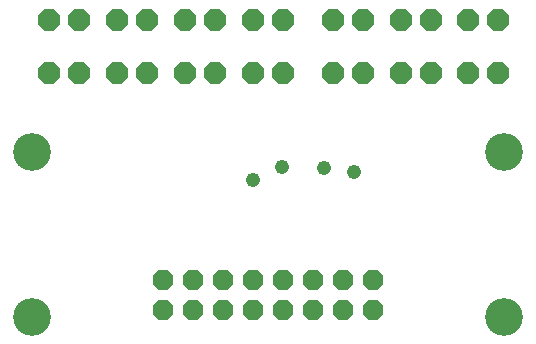
<source format=gts>
G75*
G70*
%OFA0B0*%
%FSLAX24Y24*%
%IPPOS*%
%LPD*%
%AMOC8*
5,1,8,0,0,1.08239X$1,22.5*
%
%ADD10C,0.1261*%
%ADD11OC8,0.0740*%
%ADD12OC8,0.0680*%
%ADD13C,0.0476*%
D10*
X001008Y001178D03*
X001008Y006690D03*
X016756Y006690D03*
X016756Y001178D03*
D11*
X016567Y009299D03*
X015567Y009299D03*
X014304Y009299D03*
X013304Y009299D03*
X012040Y009299D03*
X011040Y009299D03*
X009382Y009299D03*
X008382Y009299D03*
X007119Y009299D03*
X006119Y009299D03*
X004855Y009299D03*
X003855Y009299D03*
X002591Y009299D03*
X001591Y009299D03*
X001591Y011070D03*
X002591Y011070D03*
X003855Y011070D03*
X004855Y011070D03*
X006119Y011070D03*
X007119Y011070D03*
X008382Y011070D03*
X009382Y011070D03*
X011040Y011070D03*
X012040Y011070D03*
X013304Y011070D03*
X014304Y011070D03*
X015567Y011070D03*
X016567Y011070D03*
D12*
X012382Y002417D03*
X011382Y002417D03*
X010382Y002417D03*
X009382Y002417D03*
X008382Y002417D03*
X007382Y002417D03*
X006382Y002417D03*
X005382Y002417D03*
X005382Y001417D03*
X006382Y001417D03*
X007382Y001417D03*
X008382Y001417D03*
X009382Y001417D03*
X010382Y001417D03*
X011382Y001417D03*
X012382Y001417D03*
D13*
X008371Y005736D03*
X009363Y006186D03*
X010753Y006149D03*
X011737Y006001D03*
M02*

</source>
